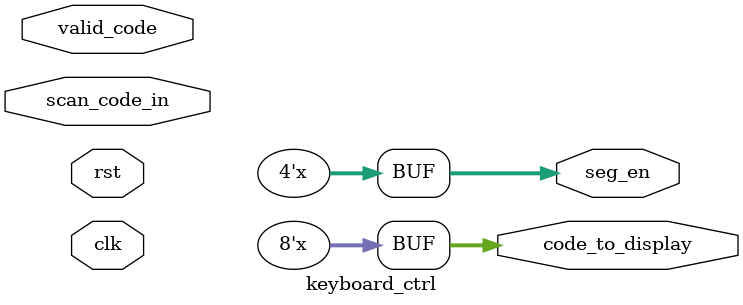
<source format=v>
module keyboard_ctrl
  (input  clk,
   input  rst,
   input  valid_code,
   input  [7:0] scan_code_in,
   output [7:0] code_to_display,
   output [3:0] seg_en);
  localparam [7:0] n2_o = 8'bZ;
  localparam [3:0] n3_o = 4'bZ;
  assign code_to_display = n2_o;
  assign seg_en = n3_o;
endmodule


</source>
